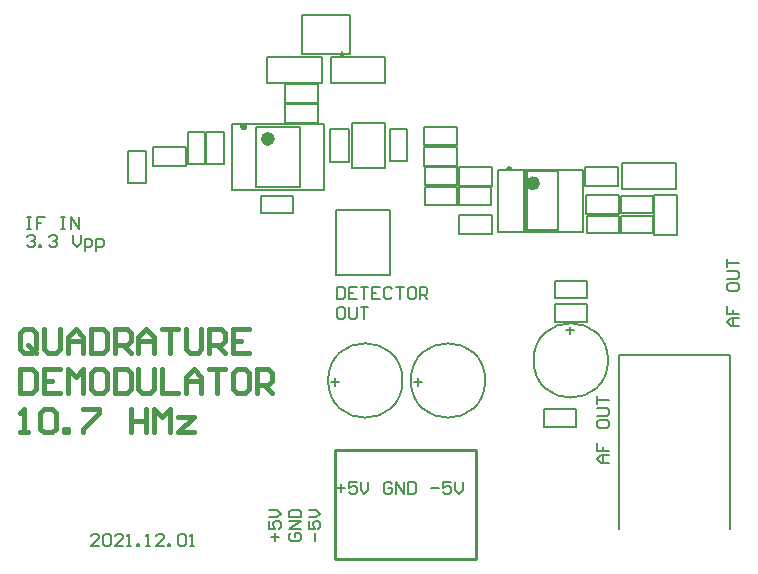
<source format=gto>
G04*
G04 #@! TF.GenerationSoftware,Altium Limited,Altium Designer,21.9.1 (22)*
G04*
G04 Layer_Color=65535*
%FSAX44Y44*%
%MOMM*%
G71*
G04*
G04 #@! TF.SameCoordinates,86785AD5-1920-4A7D-B972-61179B801B7D*
G04*
G04*
G04 #@! TF.FilePolarity,Positive*
G04*
G01*
G75*
%ADD10C,0.2500*%
%ADD11C,0.6000*%
%ADD12C,0.2000*%
%ADD13C,0.1500*%
%ADD14C,0.4000*%
%ADD15C,0.2540*%
%ADD16C,0.1270*%
D10*
X01575000Y01565000D02*
G03*
X01575000Y01565000I-00002000J00000000D01*
G01*
X01799000Y01529550D02*
G03*
X01799000Y01529550I-00001250J00000000D01*
G01*
X01657750Y01626250D02*
G03*
X01657750Y01626250I-00001250J00000000D01*
G01*
D11*
X01596500Y01554500D02*
G03*
X01596500Y01554500I-00003000J00000000D01*
G01*
X01821000Y01517000D02*
G03*
X01821000Y01517000I-00003000J00000000D01*
G01*
D12*
X01881500Y01367000D02*
G03*
X01881500Y01367000I-00031500J00000000D01*
G01*
X01707500Y01350000D02*
G03*
X01707500Y01350000I-00031500J00000000D01*
G01*
X01777500D02*
G03*
X01777500Y01350000I-00031500J00000000D01*
G01*
X01651500Y01439600D02*
X01696500D01*
X01651500D02*
Y01494600D01*
X01696500D01*
Y01439600D02*
Y01494600D01*
X01563000Y01511000D02*
Y01567000D01*
Y01511000D02*
X01641000D01*
Y01567000D01*
X01563000D02*
X01641000D01*
X01583500Y01513500D02*
Y01564500D01*
X01620500Y01513500D02*
Y01564500D01*
X01583500D02*
X01620500D01*
X01583500Y01513500D02*
X01620500D01*
X01788000Y01476000D02*
Y01528000D01*
X01860000D01*
Y01476000D02*
Y01528000D01*
X01788000Y01476000D02*
X01860000D01*
X01839000Y01477000D02*
Y01527000D01*
X01811000D02*
X01839000D01*
X01811000Y01477000D02*
X01839000D01*
X01665030Y01568050D02*
X01692970D01*
Y01529950D02*
Y01568050D01*
X01665030Y01529950D02*
X01692970D01*
X01665030D02*
Y01568050D01*
X01890500Y01224500D02*
Y01371500D01*
X01930500D01*
X01927500D02*
X01984500D01*
Y01224500D02*
Y01371500D01*
X01622250Y01626500D02*
Y01659750D01*
X01663250Y01626500D02*
Y01659750D01*
X01622250D02*
X01663250D01*
X01622250Y01626500D02*
X01663250D01*
X01390000Y01487997D02*
X01393332D01*
X01391666D01*
Y01478000D01*
X01390000D01*
X01393332D01*
X01404995Y01487997D02*
X01398331D01*
Y01482998D01*
X01401663D01*
X01398331D01*
Y01478000D01*
X01418324Y01487997D02*
X01421656D01*
X01419990D01*
Y01478000D01*
X01418324D01*
X01421656D01*
X01426655D02*
Y01487997D01*
X01433319Y01478000D01*
Y01487997D01*
X01652000Y01428793D02*
Y01418796D01*
X01656998D01*
X01658665Y01420462D01*
Y01427127D01*
X01656998Y01428793D01*
X01652000D01*
X01668661D02*
X01661997D01*
Y01418796D01*
X01668661D01*
X01661997Y01423795D02*
X01665329D01*
X01671994Y01428793D02*
X01678658D01*
X01675326D01*
Y01418796D01*
X01688655Y01428793D02*
X01681990D01*
Y01418796D01*
X01688655D01*
X01681990Y01423795D02*
X01685323D01*
X01698652Y01427127D02*
X01696986Y01428793D01*
X01693653D01*
X01691987Y01427127D01*
Y01420462D01*
X01693653Y01418796D01*
X01696986D01*
X01698652Y01420462D01*
X01701984Y01428793D02*
X01708648D01*
X01705316D01*
Y01418796D01*
X01716979Y01428793D02*
X01713647D01*
X01711981Y01427127D01*
Y01420462D01*
X01713647Y01418796D01*
X01716979D01*
X01718645Y01420462D01*
Y01427127D01*
X01716979Y01428793D01*
X01721978Y01418796D02*
Y01428793D01*
X01726976D01*
X01728642Y01427127D01*
Y01423795D01*
X01726976Y01422128D01*
X01721978D01*
X01725310D02*
X01728642Y01418796D01*
X01656998Y01411997D02*
X01653666D01*
X01652000Y01410331D01*
Y01403666D01*
X01653666Y01402000D01*
X01656998D01*
X01658665Y01403666D01*
Y01410331D01*
X01656998Y01411997D01*
X01661997D02*
Y01403666D01*
X01663663Y01402000D01*
X01666995D01*
X01668661Y01403666D01*
Y01411997D01*
X01671994D02*
X01678658D01*
X01675326D01*
Y01402000D01*
X01992000Y01396000D02*
X01985336D01*
X01982003Y01399332D01*
X01985336Y01402664D01*
X01992000D01*
X01987002D01*
Y01396000D01*
X01982003Y01412661D02*
Y01405997D01*
X01987002D01*
Y01409329D01*
Y01405997D01*
X01992000D01*
X01982003Y01430989D02*
Y01427657D01*
X01983669Y01425990D01*
X01990334D01*
X01992000Y01427657D01*
Y01430989D01*
X01990334Y01432655D01*
X01983669D01*
X01982003Y01430989D01*
Y01435987D02*
X01990334D01*
X01992000Y01437653D01*
Y01440986D01*
X01990334Y01442652D01*
X01982003D01*
Y01445984D02*
Y01452648D01*
Y01449316D01*
X01992000D01*
X01652000Y01258998D02*
X01658665D01*
X01655332Y01262331D02*
Y01255666D01*
X01668661Y01263997D02*
X01661997D01*
Y01258998D01*
X01665329Y01260665D01*
X01666995D01*
X01668661Y01258998D01*
Y01255666D01*
X01666995Y01254000D01*
X01663663D01*
X01661997Y01255666D01*
X01671994Y01263997D02*
Y01257332D01*
X01675326Y01254000D01*
X01678658Y01257332D01*
Y01263997D01*
X01698652Y01262331D02*
X01696985Y01263997D01*
X01693653D01*
X01691987Y01262331D01*
Y01255666D01*
X01693653Y01254000D01*
X01696985D01*
X01698652Y01255666D01*
Y01258998D01*
X01695319D01*
X01701984Y01254000D02*
Y01263997D01*
X01708648Y01254000D01*
Y01263997D01*
X01711981D02*
Y01254000D01*
X01716979D01*
X01718645Y01255666D01*
Y01262331D01*
X01716979Y01263997D01*
X01711981D01*
X01731974Y01258998D02*
X01738639D01*
X01748636Y01263997D02*
X01741971D01*
Y01258998D01*
X01745303Y01260665D01*
X01746969D01*
X01748636Y01258998D01*
Y01255666D01*
X01746969Y01254000D01*
X01743637D01*
X01741971Y01255666D01*
X01751968Y01263997D02*
Y01257332D01*
X01755300Y01254000D01*
X01758632Y01257332D01*
Y01263997D01*
X01450665Y01210000D02*
X01444000D01*
X01450665Y01216665D01*
Y01218331D01*
X01448998Y01219997D01*
X01445666D01*
X01444000Y01218331D01*
X01453997D02*
X01455663Y01219997D01*
X01458995D01*
X01460661Y01218331D01*
Y01211666D01*
X01458995Y01210000D01*
X01455663D01*
X01453997Y01211666D01*
Y01218331D01*
X01470658Y01210000D02*
X01463994D01*
X01470658Y01216665D01*
Y01218331D01*
X01468992Y01219997D01*
X01465660D01*
X01463994Y01218331D01*
X01473990Y01210000D02*
X01477323D01*
X01475656D01*
Y01219997D01*
X01473990Y01218331D01*
X01482321Y01210000D02*
Y01211666D01*
X01483987D01*
Y01210000D01*
X01482321D01*
X01490652D02*
X01493984D01*
X01492318D01*
Y01219997D01*
X01490652Y01218331D01*
X01505647Y01210000D02*
X01498982D01*
X01505647Y01216665D01*
Y01218331D01*
X01503981Y01219997D01*
X01500648D01*
X01498982Y01218331D01*
X01508979Y01210000D02*
Y01211666D01*
X01510645D01*
Y01210000D01*
X01508979D01*
X01517310Y01218331D02*
X01518976Y01219997D01*
X01522308D01*
X01523974Y01218331D01*
Y01211666D01*
X01522308Y01210000D01*
X01518976D01*
X01517310Y01211666D01*
Y01218331D01*
X01527307Y01210000D02*
X01530639D01*
X01528973D01*
Y01219997D01*
X01527307Y01218331D01*
X01882000Y01280000D02*
X01875336D01*
X01872003Y01283332D01*
X01875336Y01286664D01*
X01882000D01*
X01877002D01*
Y01280000D01*
X01872003Y01296661D02*
Y01289997D01*
X01877002D01*
Y01293329D01*
Y01289997D01*
X01882000D01*
X01872003Y01314989D02*
Y01311656D01*
X01873669Y01309990D01*
X01880334D01*
X01882000Y01311656D01*
Y01314989D01*
X01880334Y01316655D01*
X01873669D01*
X01872003Y01314989D01*
Y01319987D02*
X01880334D01*
X01882000Y01321653D01*
Y01324986D01*
X01880334Y01326652D01*
X01872003D01*
Y01329984D02*
Y01336648D01*
Y01333316D01*
X01882000D01*
X01390000Y01471663D02*
X01391666Y01473329D01*
X01394998D01*
X01396664Y01471663D01*
Y01469997D01*
X01394998Y01468331D01*
X01393332D01*
X01394998D01*
X01396664Y01466664D01*
Y01464998D01*
X01394998Y01463332D01*
X01391666D01*
X01390000Y01464998D01*
X01399997Y01463332D02*
Y01464998D01*
X01401663D01*
Y01463332D01*
X01399997D01*
X01408327Y01471663D02*
X01409993Y01473329D01*
X01413326D01*
X01414992Y01471663D01*
Y01469997D01*
X01413326Y01468331D01*
X01411660D01*
X01413326D01*
X01414992Y01466664D01*
Y01464998D01*
X01413326Y01463332D01*
X01409993D01*
X01408327Y01464998D01*
X01428321Y01473329D02*
Y01466664D01*
X01431653Y01463332D01*
X01434986Y01466664D01*
Y01473329D01*
X01438318Y01460000D02*
Y01469997D01*
X01443316D01*
X01444982Y01468331D01*
Y01464998D01*
X01443316Y01463332D01*
X01438318D01*
X01448315Y01460000D02*
Y01469997D01*
X01453313D01*
X01454979Y01468331D01*
Y01464998D01*
X01453313Y01463332D01*
X01448315D01*
X01599409Y01214000D02*
Y01220665D01*
X01596077Y01217332D02*
X01602742D01*
X01594411Y01230661D02*
Y01223997D01*
X01599409D01*
X01597743Y01227329D01*
Y01228995D01*
X01599409Y01230661D01*
X01602742D01*
X01604408Y01228995D01*
Y01225663D01*
X01602742Y01223997D01*
X01594411Y01233994D02*
X01601075D01*
X01604408Y01237326D01*
X01601075Y01240658D01*
X01594411D01*
X01612873Y01220665D02*
X01611207Y01218998D01*
Y01215666D01*
X01612873Y01214000D01*
X01619538D01*
X01621204Y01215666D01*
Y01218998D01*
X01619538Y01220665D01*
X01616205D01*
Y01217332D01*
X01621204Y01223997D02*
X01611207D01*
X01621204Y01230661D01*
X01611207D01*
Y01233994D02*
X01621204D01*
Y01238992D01*
X01619538Y01240658D01*
X01612873D01*
X01611207Y01238992D01*
Y01233994D01*
X01633002Y01214000D02*
Y01220665D01*
X01628003Y01230661D02*
Y01223997D01*
X01633002D01*
X01631335Y01227329D01*
Y01228995D01*
X01633002Y01230661D01*
X01636334D01*
X01638000Y01228995D01*
Y01225663D01*
X01636334Y01223997D01*
X01628003Y01233994D02*
X01634668D01*
X01638000Y01237326D01*
X01634668Y01240658D01*
X01628003D01*
D13*
X01836500Y01414500D02*
X01863500D01*
X01836500Y01399500D02*
X01863500D01*
X01836500D02*
Y01414500D01*
X01863500Y01399500D02*
Y01414500D01*
X01608000Y01568000D02*
Y01584000D01*
X01636000Y01568000D02*
Y01584000D01*
X01608000D02*
X01636000D01*
X01608000Y01568000D02*
X01636000D01*
X01608000Y01585000D02*
Y01601000D01*
X01636000Y01585000D02*
Y01601000D01*
X01608000D02*
X01636000D01*
X01608000Y01585000D02*
X01636000D01*
X01726500Y01515500D02*
X01753500D01*
X01726500Y01530500D02*
X01753500D01*
Y01515500D02*
Y01530500D01*
X01726500Y01515500D02*
Y01530500D01*
X01540500Y01533500D02*
Y01560500D01*
X01525500Y01533500D02*
Y01560500D01*
X01540500D01*
X01525500Y01533500D02*
X01540500D01*
X01892500Y01506500D02*
X01919500D01*
X01892500Y01491500D02*
X01919500D01*
X01892500D02*
Y01506500D01*
X01919500Y01491500D02*
Y01506500D01*
X01783000Y01515000D02*
Y01531000D01*
X01755000Y01515000D02*
Y01531000D01*
Y01515000D02*
X01783000D01*
X01755000Y01531000D02*
X01783000D01*
X01863000Y01491000D02*
Y01507000D01*
X01891000Y01491000D02*
Y01507000D01*
X01863000D02*
X01891000D01*
X01863000Y01491000D02*
X01891000D01*
X01496000Y01532000D02*
Y01548000D01*
X01524000Y01532000D02*
Y01548000D01*
X01496000D02*
X01524000D01*
X01496000Y01532000D02*
X01524000D01*
X01587500Y01491500D02*
X01614500D01*
X01587500Y01506500D02*
X01614500D01*
Y01491500D02*
Y01506500D01*
X01587500Y01491500D02*
Y01506500D01*
X01755500Y01498500D02*
X01782500D01*
X01755500Y01513500D02*
X01782500D01*
Y01498500D02*
Y01513500D01*
X01755500Y01498500D02*
Y01513500D01*
X01726500Y01498500D02*
X01753500D01*
X01726500Y01513500D02*
X01753500D01*
Y01498500D02*
Y01513500D01*
X01726500Y01498500D02*
Y01513500D01*
X01863500Y01489500D02*
X01890500D01*
X01863500Y01474500D02*
X01890500D01*
X01863500D02*
Y01489500D01*
X01890500Y01474500D02*
Y01489500D01*
X01892250D02*
X01919250D01*
X01892250Y01474500D02*
X01919250D01*
X01892250D02*
Y01489500D01*
X01919250Y01474500D02*
Y01489500D01*
X01836500Y01419500D02*
X01863500D01*
X01836500Y01434500D02*
X01863500D01*
Y01419500D02*
Y01434500D01*
X01836500Y01419500D02*
Y01434500D01*
X01646000Y01563000D02*
X01662000D01*
X01646000Y01535000D02*
X01662000D01*
Y01563000D01*
X01646000Y01535000D02*
Y01563000D01*
X01541500Y01533500D02*
Y01560500D01*
X01556500Y01533500D02*
Y01560500D01*
X01541500Y01533500D02*
X01556500D01*
X01541500Y01560500D02*
X01556500D01*
X01490500Y01517500D02*
Y01544500D01*
X01475500Y01517500D02*
Y01544500D01*
X01490500D01*
X01475500Y01517500D02*
X01490500D01*
X01754000Y01532000D02*
Y01548000D01*
X01726000Y01532000D02*
Y01548000D01*
Y01532000D02*
X01754000D01*
X01726000Y01548000D02*
X01754000D01*
Y01549000D02*
Y01565000D01*
X01726000Y01549000D02*
Y01565000D01*
Y01549000D02*
X01754000D01*
X01726000Y01565000D02*
X01754000D01*
X01893000Y01512000D02*
Y01534000D01*
X01939000Y01512000D02*
Y01534000D01*
X01893000D02*
X01939000D01*
X01893000Y01512000D02*
X01939000D01*
X01939500Y01473000D02*
Y01507000D01*
X01920500Y01473000D02*
Y01507000D01*
X01939500D01*
X01920500Y01473000D02*
X01939500D01*
X01696500Y01535500D02*
X01711500D01*
X01696500Y01562500D02*
X01711500D01*
X01696500Y01535500D02*
Y01562500D01*
X01711500Y01535500D02*
Y01562500D01*
X01827500Y01310500D02*
X01854500D01*
X01827500Y01325500D02*
X01854500D01*
Y01310500D02*
Y01325500D01*
X01827500Y01310500D02*
Y01325500D01*
X01593000Y01602000D02*
Y01624000D01*
X01639000Y01602000D02*
Y01624000D01*
X01593000D02*
X01639000D01*
X01593000Y01602000D02*
X01639000D01*
X01693000D02*
Y01624000D01*
X01647000Y01602000D02*
Y01624000D01*
Y01602000D02*
X01693000D01*
X01647000Y01624000D02*
X01693000D01*
X01755000Y01474000D02*
Y01490000D01*
X01783000Y01474000D02*
Y01490000D01*
X01755000D02*
X01783000D01*
X01755000Y01474000D02*
X01783000D01*
X01890000Y01515000D02*
Y01531000D01*
X01862000Y01515000D02*
Y01531000D01*
Y01515000D02*
X01890000D01*
X01862000Y01531000D02*
X01890000D01*
D14*
X01811000Y01477000D02*
Y01527000D01*
X01397329Y01376517D02*
Y01389846D01*
X01393997Y01393178D01*
X01387332D01*
X01384000Y01389846D01*
Y01376517D01*
X01387332Y01373185D01*
X01393997D01*
X01390665Y01379849D02*
X01397329Y01373185D01*
X01393997D02*
X01397329Y01376517D01*
X01403994Y01393178D02*
Y01376517D01*
X01407326Y01373185D01*
X01413990D01*
X01417323Y01376517D01*
Y01393178D01*
X01423987Y01373185D02*
Y01386514D01*
X01430652Y01393178D01*
X01437316Y01386514D01*
Y01373185D01*
Y01383181D01*
X01423987D01*
X01443981Y01393178D02*
Y01373185D01*
X01453978D01*
X01457310Y01376517D01*
Y01389846D01*
X01453978Y01393178D01*
X01443981D01*
X01463974Y01373185D02*
Y01393178D01*
X01473971D01*
X01477303Y01389846D01*
Y01383181D01*
X01473971Y01379849D01*
X01463974D01*
X01470639D02*
X01477303Y01373185D01*
X01483968D02*
Y01386514D01*
X01490632Y01393178D01*
X01497297Y01386514D01*
Y01373185D01*
Y01383181D01*
X01483968D01*
X01503961Y01393178D02*
X01517290D01*
X01510626D01*
Y01373185D01*
X01523955Y01393178D02*
Y01376517D01*
X01527287Y01373185D01*
X01533952D01*
X01537284Y01376517D01*
Y01393178D01*
X01543949Y01373185D02*
Y01393178D01*
X01553945D01*
X01557278Y01389846D01*
Y01383181D01*
X01553945Y01379849D01*
X01543949D01*
X01550613D02*
X01557278Y01373185D01*
X01577271Y01393178D02*
X01563942D01*
Y01373185D01*
X01577271D01*
X01563942Y01383181D02*
X01570607D01*
X01384000Y01359586D02*
Y01339592D01*
X01393997D01*
X01397329Y01342924D01*
Y01356254D01*
X01393997Y01359586D01*
X01384000D01*
X01417323D02*
X01403994D01*
Y01339592D01*
X01417323D01*
X01403994Y01349589D02*
X01410658D01*
X01423987Y01339592D02*
Y01359586D01*
X01430652Y01352921D01*
X01437316Y01359586D01*
Y01339592D01*
X01453978Y01359586D02*
X01447313D01*
X01443981Y01356254D01*
Y01342924D01*
X01447313Y01339592D01*
X01453978D01*
X01457310Y01342924D01*
Y01356254D01*
X01453978Y01359586D01*
X01463974D02*
Y01339592D01*
X01473971D01*
X01477303Y01342924D01*
Y01356254D01*
X01473971Y01359586D01*
X01463974D01*
X01483968D02*
Y01342924D01*
X01487300Y01339592D01*
X01493965D01*
X01497297Y01342924D01*
Y01359586D01*
X01503961D02*
Y01339592D01*
X01517290D01*
X01523955D02*
Y01352921D01*
X01530619Y01359586D01*
X01537284Y01352921D01*
Y01339592D01*
Y01349589D01*
X01523955D01*
X01543949Y01359586D02*
X01557278D01*
X01550613D01*
Y01339592D01*
X01573939Y01359586D02*
X01567274D01*
X01563942Y01356254D01*
Y01342924D01*
X01567274Y01339592D01*
X01573939D01*
X01577271Y01342924D01*
Y01356254D01*
X01573939Y01359586D01*
X01583936Y01339592D02*
Y01359586D01*
X01593932D01*
X01597265Y01356254D01*
Y01349589D01*
X01593932Y01346257D01*
X01583936D01*
X01590600D02*
X01597265Y01339592D01*
X01384000Y01306000D02*
X01390665D01*
X01387332D01*
Y01325994D01*
X01384000Y01322661D01*
X01400661D02*
X01403994Y01325994D01*
X01410658D01*
X01413990Y01322661D01*
Y01309332D01*
X01410658Y01306000D01*
X01403994D01*
X01400661Y01309332D01*
Y01322661D01*
X01420655Y01306000D02*
Y01309332D01*
X01423987D01*
Y01306000D01*
X01420655D01*
X01437316Y01325994D02*
X01450645D01*
Y01322661D01*
X01437316Y01309332D01*
Y01306000D01*
X01477303Y01325994D02*
Y01306000D01*
Y01315997D01*
X01490632D01*
Y01325994D01*
Y01306000D01*
X01497297D02*
Y01325994D01*
X01503961Y01319329D01*
X01510626Y01325994D01*
Y01306000D01*
X01517290Y01319329D02*
X01530619D01*
X01517290Y01306000D01*
X01530619D01*
D15*
X01650500Y01291001D02*
X01769500D01*
X01650500Y01199001D02*
Y01291001D01*
Y01199001D02*
X01769500D01*
Y01291001D01*
D16*
X01849002Y01389000D02*
Y01395665D01*
X01845669Y01392332D02*
X01852334D01*
X01654000Y01349002D02*
X01647336D01*
X01650668Y01345669D02*
Y01352334D01*
X01724000Y01349002D02*
X01717336D01*
X01720668Y01345669D02*
Y01352334D01*
M02*

</source>
